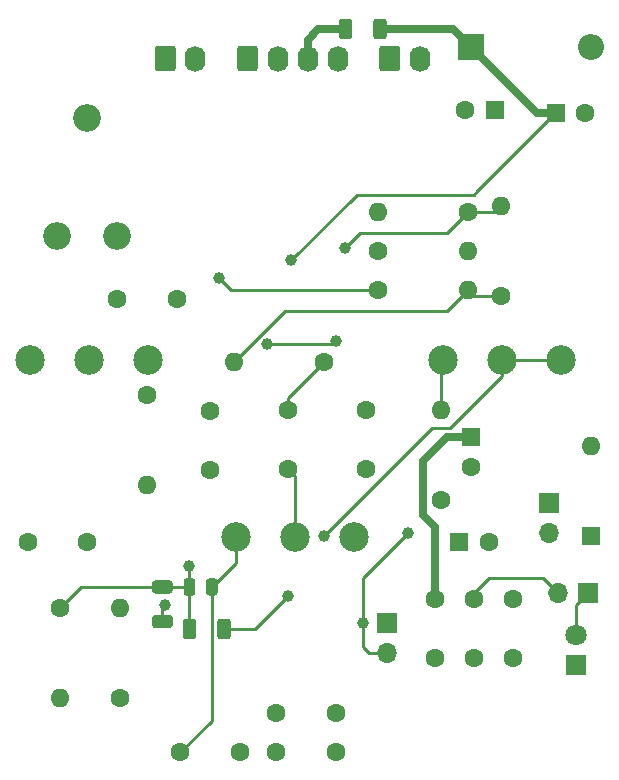
<source format=gbr>
%TF.GenerationSoftware,KiCad,Pcbnew,(5.1.9)-1*%
%TF.CreationDate,2021-09-20T18:56:34+02:00*%
%TF.ProjectId,deep blue delay,64656570-2062-46c7-9565-2064656c6179,rev?*%
%TF.SameCoordinates,Original*%
%TF.FileFunction,Copper,L1,Top*%
%TF.FilePolarity,Positive*%
%FSLAX46Y46*%
G04 Gerber Fmt 4.6, Leading zero omitted, Abs format (unit mm)*
G04 Created by KiCad (PCBNEW (5.1.9)-1) date 2021-09-20 18:56:34*
%MOMM*%
%LPD*%
G01*
G04 APERTURE LIST*
%TA.AperFunction,ComponentPad*%
%ADD10C,2.340000*%
%TD*%
%TA.AperFunction,ComponentPad*%
%ADD11O,1.600000X1.600000*%
%TD*%
%TA.AperFunction,ComponentPad*%
%ADD12C,1.600000*%
%TD*%
%TA.AperFunction,ComponentPad*%
%ADD13C,2.500000*%
%TD*%
%TA.AperFunction,ComponentPad*%
%ADD14O,1.740000X2.190000*%
%TD*%
%TA.AperFunction,ComponentPad*%
%ADD15O,1.700000X1.700000*%
%TD*%
%TA.AperFunction,ComponentPad*%
%ADD16R,1.700000X1.700000*%
%TD*%
%TA.AperFunction,ComponentPad*%
%ADD17C,1.800000*%
%TD*%
%TA.AperFunction,ComponentPad*%
%ADD18R,1.800000X1.800000*%
%TD*%
%TA.AperFunction,ComponentPad*%
%ADD19R,1.600000X1.600000*%
%TD*%
%TA.AperFunction,ComponentPad*%
%ADD20O,2.200000X2.200000*%
%TD*%
%TA.AperFunction,ComponentPad*%
%ADD21R,2.200000X2.200000*%
%TD*%
%TA.AperFunction,ViaPad*%
%ADD22C,1.000000*%
%TD*%
%TA.AperFunction,Conductor*%
%ADD23C,0.254000*%
%TD*%
%TA.AperFunction,Conductor*%
%ADD24C,0.635000*%
%TD*%
G04 APERTURE END LIST*
%TO.P,R6,2*%
%TO.N,+VDC*%
%TA.AperFunction,SMDPad,CuDef*%
G36*
G01*
X32312500Y64125001D02*
X32312500Y62874999D01*
G75*
G02*
X32062501Y62625000I-249999J0D01*
G01*
X31437499Y62625000D01*
G75*
G02*
X31187500Y62874999I0J249999D01*
G01*
X31187500Y64125001D01*
G75*
G02*
X31437499Y64375000I249999J0D01*
G01*
X32062501Y64375000D01*
G75*
G02*
X32312500Y64125001I0J-249999D01*
G01*
G37*
%TD.AperFunction*%
%TO.P,R6,1*%
%TO.N,Net-(C3-Pad1)*%
%TA.AperFunction,SMDPad,CuDef*%
G36*
G01*
X35237500Y64125001D02*
X35237500Y62874999D01*
G75*
G02*
X34987501Y62625000I-249999J0D01*
G01*
X34362499Y62625000D01*
G75*
G02*
X34112500Y62874999I0J249999D01*
G01*
X34112500Y64125001D01*
G75*
G02*
X34362499Y64375000I249999J0D01*
G01*
X34987501Y64375000D01*
G75*
G02*
X35237500Y64125001I0J-249999D01*
G01*
G37*
%TD.AperFunction*%
%TD*%
D10*
%TO.P,VOL1,1*%
%TO.N,GND*%
X7366000Y46000000D03*
%TO.P,VOL1,2*%
%TO.N,/OUT*%
X9866000Y56000000D03*
%TO.P,VOL1,3*%
%TO.N,Net-(C7-Pad1)*%
X12366000Y46000000D03*
%TD*%
D11*
%TO.P,R17,2*%
%TO.N,B*%
X22352000Y35306000D03*
D12*
%TO.P,R17,1*%
%TO.N,Net-(C20-Pad1)*%
X29972000Y35306000D03*
%TD*%
D11*
%TO.P,R15,2*%
%TO.N,Net-(C15-Pad1)*%
X12700000Y14478000D03*
D12*
%TO.P,R15,1*%
%TO.N,Net-(C21-Pad1)*%
X12700000Y6858000D03*
%TD*%
%TO.P,R14,2*%
%TO.N,Net-(C14-Pad1)*%
%TA.AperFunction,SMDPad,CuDef*%
G36*
G01*
X19104500Y13325001D02*
X19104500Y12074999D01*
G75*
G02*
X18854501Y11825000I-249999J0D01*
G01*
X18229499Y11825000D01*
G75*
G02*
X17979500Y12074999I0J249999D01*
G01*
X17979500Y13325001D01*
G75*
G02*
X18229499Y13575000I249999J0D01*
G01*
X18854501Y13575000D01*
G75*
G02*
X19104500Y13325001I0J-249999D01*
G01*
G37*
%TD.AperFunction*%
%TO.P,R14,1*%
%TO.N,Net-(C17-Pad2)*%
%TA.AperFunction,SMDPad,CuDef*%
G36*
G01*
X22029500Y13325001D02*
X22029500Y12074999D01*
G75*
G02*
X21779501Y11825000I-249999J0D01*
G01*
X21154499Y11825000D01*
G75*
G02*
X20904500Y12074999I0J249999D01*
G01*
X20904500Y13325001D01*
G75*
G02*
X21154499Y13575000I249999J0D01*
G01*
X21779501Y13575000D01*
G75*
G02*
X22029500Y13325001I0J-249999D01*
G01*
G37*
%TD.AperFunction*%
%TD*%
D11*
%TO.P,R13,2*%
%TO.N,Net-(C19-Pad2)*%
X7620000Y6858000D03*
D12*
%TO.P,R13,1*%
%TO.N,Net-(C14-Pad1)*%
X7620000Y14478000D03*
%TD*%
%TO.P,R12,2*%
%TO.N,Net-(C14-Pad1)*%
%TA.AperFunction,SMDPad,CuDef*%
G36*
G01*
X16881001Y15693500D02*
X15630999Y15693500D01*
G75*
G02*
X15381000Y15943499I0J249999D01*
G01*
X15381000Y16568501D01*
G75*
G02*
X15630999Y16818500I249999J0D01*
G01*
X16881001Y16818500D01*
G75*
G02*
X17131000Y16568501I0J-249999D01*
G01*
X17131000Y15943499D01*
G75*
G02*
X16881001Y15693500I-249999J0D01*
G01*
G37*
%TD.AperFunction*%
%TO.P,R12,1*%
%TO.N,Net-(C17-Pad1)*%
%TA.AperFunction,SMDPad,CuDef*%
G36*
G01*
X16881001Y12768500D02*
X15630999Y12768500D01*
G75*
G02*
X15381000Y13018499I0J249999D01*
G01*
X15381000Y13643501D01*
G75*
G02*
X15630999Y13893500I249999J0D01*
G01*
X16881001Y13893500D01*
G75*
G02*
X17131000Y13643501I0J-249999D01*
G01*
X17131000Y13018499D01*
G75*
G02*
X16881001Y12768500I-249999J0D01*
G01*
G37*
%TD.AperFunction*%
%TD*%
D11*
%TO.P,R11,2*%
%TO.N,Net-(C22-Pad1)*%
X14986000Y24892000D03*
D12*
%TO.P,R11,1*%
%TO.N,Net-(C12-Pad1)*%
X14986000Y32512000D03*
%TD*%
D11*
%TO.P,R9,2*%
%TO.N,Net-(DELAY1-Pad1)*%
X39878000Y31242000D03*
D12*
%TO.P,R9,1*%
%TO.N,Net-(J3-Pad2)*%
X39878000Y23622000D03*
%TD*%
D11*
%TO.P,R8,2*%
%TO.N,B*%
X42164000Y41402000D03*
D12*
%TO.P,R8,1*%
%TO.N,Net-(C6-Pad1)*%
X34544000Y41402000D03*
%TD*%
D11*
%TO.P,R7,2*%
%TO.N,A*%
X44958000Y48514000D03*
D12*
%TO.P,R7,1*%
%TO.N,B*%
X44958000Y40894000D03*
%TD*%
D11*
%TO.P,R5,2*%
%TO.N,Net-(C4-Pad2)*%
X34544000Y48006000D03*
D12*
%TO.P,R5,1*%
%TO.N,A*%
X42164000Y48006000D03*
%TD*%
D11*
%TO.P,R4,2*%
%TO.N,Net-(C2-Pad1)*%
X42164000Y44704000D03*
D12*
%TO.P,R4,1*%
%TO.N,Net-(C4-Pad2)*%
X34544000Y44704000D03*
%TD*%
D13*
%TO.P,MIX1,3*%
%TO.N,Net-(C22-Pad1)*%
X32500000Y20500000D03*
%TO.P,MIX1,2*%
%TO.N,Net-(C20-Pad2)*%
X27500000Y20500000D03*
%TO.P,MIX1,1*%
%TO.N,GND*%
X22500000Y20500000D03*
%TD*%
D14*
%TO.P,LED1,2*%
%TO.N,/LED-*%
X19040000Y61000000D03*
%TO.P,LED1,1*%
%TO.N,/LED+*%
%TA.AperFunction,ComponentPad*%
G36*
G01*
X15630000Y60154999D02*
X15630000Y61845001D01*
G75*
G02*
X15879999Y62095000I249999J0D01*
G01*
X17120001Y62095000D01*
G75*
G02*
X17370000Y61845001I0J-249999D01*
G01*
X17370000Y60154999D01*
G75*
G02*
X17120001Y59905000I-249999J0D01*
G01*
X15879999Y59905000D01*
G75*
G02*
X15630000Y60154999I0J249999D01*
G01*
G37*
%TD.AperFunction*%
%TD*%
D15*
%TO.P,J4,2*%
%TO.N,Net-(C9-Pad1)*%
X49784000Y15748000D03*
D16*
%TO.P,J4,1*%
%TO.N,Net-(D3-Pad2)*%
X52324000Y15748000D03*
%TD*%
D15*
%TO.P,J3,2*%
%TO.N,Net-(J3-Pad2)*%
X35306000Y10668000D03*
D16*
%TO.P,J3,1*%
%TO.N,GND*%
X35306000Y13208000D03*
%TD*%
D15*
%TO.P,J2,2*%
%TO.N,GND*%
X49022000Y20828000D03*
D16*
%TO.P,J2,1*%
%TO.N,Net-(D2-Pad2)*%
X49022000Y23368000D03*
%TD*%
D14*
%TO.P,J1,4*%
%TO.N,GND*%
X31080000Y61000000D03*
%TO.P,J1,3*%
%TO.N,+VDC*%
X28540000Y61000000D03*
%TO.P,J1,2*%
%TO.N,/OUT*%
X26000000Y61000000D03*
%TO.P,J1,1*%
%TO.N,/IN*%
%TA.AperFunction,ComponentPad*%
G36*
G01*
X22590000Y60154999D02*
X22590000Y61845001D01*
G75*
G02*
X22839999Y62095000I249999J0D01*
G01*
X24080001Y62095000D01*
G75*
G02*
X24330000Y61845001I0J-249999D01*
G01*
X24330000Y60154999D01*
G75*
G02*
X24080001Y59905000I-249999J0D01*
G01*
X22839999Y59905000D01*
G75*
G02*
X22590000Y60154999I0J249999D01*
G01*
G37*
%TD.AperFunction*%
%TD*%
%TO.P,GND1,2*%
%TO.N,GND*%
X38040000Y61000000D03*
%TO.P,GND1,1*%
%TA.AperFunction,ComponentPad*%
G36*
G01*
X34630000Y60154999D02*
X34630000Y61845001D01*
G75*
G02*
X34879999Y62095000I249999J0D01*
G01*
X36120001Y62095000D01*
G75*
G02*
X36370000Y61845001I0J-249999D01*
G01*
X36370000Y60154999D01*
G75*
G02*
X36120001Y59905000I-249999J0D01*
G01*
X34879999Y59905000D01*
G75*
G02*
X34630000Y60154999I0J249999D01*
G01*
G37*
%TD.AperFunction*%
%TD*%
D13*
%TO.P,FEEDBACK1,3*%
%TO.N,Net-(C12-Pad1)*%
X15000000Y35500000D03*
%TO.P,FEEDBACK1,2*%
%TO.N,Net-(C19-Pad1)*%
X10000000Y35500000D03*
%TO.P,FEEDBACK1,1*%
%TO.N,GND*%
X5000000Y35500000D03*
%TD*%
%TO.P,DELAY1,3*%
%TO.N,Net-(DELAY1-Pad2)*%
X50000000Y35500000D03*
%TO.P,DELAY1,2*%
X45000000Y35500000D03*
%TO.P,DELAY1,1*%
%TO.N,Net-(DELAY1-Pad1)*%
X40000000Y35500000D03*
%TD*%
D17*
%TO.P,D3,2*%
%TO.N,Net-(D3-Pad2)*%
X51308000Y12192000D03*
D18*
%TO.P,D3,1*%
%TO.N,GND*%
X51308000Y9652000D03*
%TD*%
D11*
%TO.P,D2,2*%
%TO.N,Net-(D2-Pad2)*%
X52578000Y28194000D03*
D19*
%TO.P,D2,1*%
%TO.N,GND*%
X52578000Y20574000D03*
%TD*%
D20*
%TO.P,D1,2*%
%TO.N,GND*%
X52578000Y61976000D03*
D21*
%TO.P,D1,1*%
%TO.N,Net-(C3-Pad1)*%
X42418000Y61976000D03*
%TD*%
D12*
%TO.P,C23,2*%
%TO.N,Net-(C22-Pad2)*%
X9906000Y20066000D03*
%TO.P,C23,1*%
%TO.N,GND*%
X4906000Y20066000D03*
%TD*%
%TO.P,C22,2*%
%TO.N,Net-(C22-Pad2)*%
X20320000Y31162000D03*
%TO.P,C22,1*%
%TO.N,Net-(C22-Pad1)*%
X20320000Y26162000D03*
%TD*%
%TO.P,C21,2*%
%TO.N,GND*%
X17780000Y2286000D03*
%TO.P,C21,1*%
%TO.N,Net-(C21-Pad1)*%
X22780000Y2286000D03*
%TD*%
%TO.P,C20,2*%
%TO.N,Net-(C20-Pad2)*%
X26924000Y26242000D03*
%TO.P,C20,1*%
%TO.N,Net-(C20-Pad1)*%
X26924000Y31242000D03*
%TD*%
%TO.P,C18,2*%
%TO.N,Net-(C18-Pad2)*%
X25908000Y5588000D03*
%TO.P,C18,1*%
%TO.N,Net-(C18-Pad1)*%
X30908000Y5588000D03*
%TD*%
%TO.P,C16,2*%
%TO.N,Net-(C16-Pad2)*%
X30908000Y2286000D03*
%TO.P,C16,1*%
%TO.N,Net-(C16-Pad1)*%
X25908000Y2286000D03*
%TD*%
%TO.P,C14,2*%
%TO.N,GND*%
%TA.AperFunction,SMDPad,CuDef*%
G36*
G01*
X19942000Y15781000D02*
X19942000Y16731000D01*
G75*
G02*
X20192000Y16981000I250000J0D01*
G01*
X20692000Y16981000D01*
G75*
G02*
X20942000Y16731000I0J-250000D01*
G01*
X20942000Y15781000D01*
G75*
G02*
X20692000Y15531000I-250000J0D01*
G01*
X20192000Y15531000D01*
G75*
G02*
X19942000Y15781000I0J250000D01*
G01*
G37*
%TD.AperFunction*%
%TO.P,C14,1*%
%TO.N,Net-(C14-Pad1)*%
%TA.AperFunction,SMDPad,CuDef*%
G36*
G01*
X18042000Y15781000D02*
X18042000Y16731000D01*
G75*
G02*
X18292000Y16981000I250000J0D01*
G01*
X18792000Y16981000D01*
G75*
G02*
X19042000Y16731000I0J-250000D01*
G01*
X19042000Y15781000D01*
G75*
G02*
X18792000Y15531000I-250000J0D01*
G01*
X18292000Y15531000D01*
G75*
G02*
X18042000Y15781000I0J250000D01*
G01*
G37*
%TD.AperFunction*%
%TD*%
%TO.P,C13,2*%
%TO.N,Net-(C13-Pad2)*%
X33528000Y26242000D03*
%TO.P,C13,1*%
%TO.N,A*%
X33528000Y31242000D03*
%TD*%
%TO.P,C11,2*%
%TO.N,GND*%
X39370000Y10240000D03*
%TO.P,C11,1*%
%TO.N,VD*%
X39370000Y15240000D03*
%TD*%
%TO.P,C10,2*%
%TO.N,GND*%
X45974000Y10240000D03*
%TO.P,C10,1*%
%TO.N,Net-(C10-Pad1)*%
X45974000Y15240000D03*
%TD*%
%TO.P,C9,2*%
%TO.N,GND*%
X42672000Y10240000D03*
%TO.P,C9,1*%
%TO.N,Net-(C9-Pad1)*%
X42672000Y15240000D03*
%TD*%
%TO.P,C8,2*%
%TO.N,GND*%
X43902000Y20066000D03*
D19*
%TO.P,C8,1*%
%TO.N,Net-(C8-Pad1)*%
X41402000Y20066000D03*
%TD*%
D12*
%TO.P,C7,2*%
%TO.N,Net-(C6-Pad1)*%
X17446000Y40640000D03*
%TO.P,C7,1*%
%TO.N,Net-(C7-Pad1)*%
X12446000Y40640000D03*
%TD*%
%TO.P,C5,2*%
%TO.N,GND*%
X42418000Y26456000D03*
D19*
%TO.P,C5,1*%
%TO.N,VD*%
X42418000Y28956000D03*
%TD*%
D12*
%TO.P,C3,2*%
%TO.N,GND*%
X52070000Y56388000D03*
D19*
%TO.P,C3,1*%
%TO.N,Net-(C3-Pad1)*%
X49570000Y56388000D03*
%TD*%
D12*
%TO.P,C1,2*%
%TO.N,GND*%
X41910000Y56642000D03*
D19*
%TO.P,C1,1*%
%TO.N,BIAS*%
X44410000Y56642000D03*
%TD*%
D22*
%TO.N,BIAS*%
X25146000Y36830000D03*
X30988000Y37084000D03*
%TO.N,Net-(C3-Pad1)*%
X27178000Y43942000D03*
%TO.N,A*%
X31750000Y44958000D03*
%TO.N,Net-(C6-Pad1)*%
X21082000Y42418000D03*
%TO.N,Net-(C14-Pad1)*%
X18542000Y18034000D03*
%TO.N,Net-(C17-Pad2)*%
X26924000Y15494000D03*
%TO.N,Net-(C17-Pad1)*%
X16510000Y14732000D03*
%TO.N,Net-(DELAY1-Pad2)*%
X29972000Y20574000D03*
%TO.N,Net-(J3-Pad2)*%
X33274000Y13208000D03*
X37084000Y20828000D03*
%TD*%
D23*
%TO.N,GND*%
X20442000Y4948000D02*
X20442000Y16256000D01*
X17780000Y2286000D02*
X20442000Y4948000D01*
X22500000Y18314000D02*
X20442000Y16256000D01*
X22500000Y20500000D02*
X22500000Y18314000D01*
%TO.N,BIAS*%
X30734000Y36830000D02*
X30988000Y37084000D01*
X25146000Y36830000D02*
X30734000Y36830000D01*
D24*
%TO.N,Net-(C3-Pad1)*%
X40894000Y63500000D02*
X42418000Y61976000D01*
X34675000Y63500000D02*
X40894000Y63500000D01*
X48006000Y56388000D02*
X42418000Y61976000D01*
X49570000Y56388000D02*
X48006000Y56388000D01*
D23*
X49570000Y56388000D02*
X49530000Y56388000D01*
X49530000Y56388000D02*
X42926000Y49784000D01*
X32704983Y49468983D02*
X27178000Y43942000D01*
X42610983Y49468983D02*
X32704983Y49468983D01*
X42926000Y49784000D02*
X42610983Y49468983D01*
%TO.N,A*%
X44450000Y48006000D02*
X44958000Y48514000D01*
X42164000Y48006000D02*
X44450000Y48006000D01*
X40386000Y46228000D02*
X42164000Y48006000D01*
X33020000Y46228000D02*
X40386000Y46228000D01*
X31750000Y44958000D02*
X33020000Y46228000D01*
D24*
%TO.N,VD*%
X39370000Y15240000D02*
X39370000Y21336000D01*
X39370000Y21336000D02*
X38354000Y22352000D01*
X38354000Y22352000D02*
X38354000Y26924000D01*
X40386000Y28956000D02*
X42418000Y28956000D01*
X38354000Y26924000D02*
X40386000Y28956000D01*
D23*
%TO.N,B*%
X42672000Y40894000D02*
X42164000Y41402000D01*
X44958000Y40894000D02*
X42672000Y40894000D01*
X26670000Y39624000D02*
X22352000Y35306000D01*
X40386000Y39624000D02*
X26670000Y39624000D01*
X42164000Y41402000D02*
X40386000Y39624000D01*
%TO.N,Net-(C6-Pad1)*%
X22098000Y41402000D02*
X21082000Y42418000D01*
X34544000Y41402000D02*
X22098000Y41402000D01*
%TO.N,Net-(C9-Pad1)*%
X49784000Y15748000D02*
X48514000Y17018000D01*
X48514000Y17018000D02*
X43942000Y17018000D01*
X42672000Y15748000D02*
X42672000Y15240000D01*
X43942000Y17018000D02*
X42672000Y15748000D01*
%TO.N,Net-(C14-Pad1)*%
X18542000Y18034000D02*
X18542000Y16256000D01*
X18542000Y16256000D02*
X16256000Y16256000D01*
X18542000Y12700000D02*
X18542000Y16256000D01*
X9398000Y16256000D02*
X7620000Y14478000D01*
X16256000Y16256000D02*
X9398000Y16256000D01*
%TO.N,Net-(C17-Pad2)*%
X24130000Y12700000D02*
X26924000Y15494000D01*
X21467000Y12700000D02*
X24130000Y12700000D01*
%TO.N,Net-(C17-Pad1)*%
X16256000Y14478000D02*
X16510000Y14732000D01*
X16256000Y13331000D02*
X16256000Y14478000D01*
%TO.N,Net-(C20-Pad2)*%
X27500000Y25666000D02*
X26924000Y26242000D01*
X27500000Y20500000D02*
X27500000Y25666000D01*
%TO.N,Net-(C20-Pad1)*%
X26924000Y32258000D02*
X26924000Y31242000D01*
X29972000Y35306000D02*
X26924000Y32258000D01*
%TO.N,Net-(DELAY1-Pad2)*%
X45000000Y35500000D02*
X50000000Y35500000D01*
X45000000Y34078000D02*
X45000000Y35500000D01*
X40640000Y29718000D02*
X45000000Y34078000D01*
X39116000Y29718000D02*
X40640000Y29718000D01*
X29972000Y20574000D02*
X39116000Y29718000D01*
%TO.N,Net-(DELAY1-Pad1)*%
X39878000Y35378000D02*
X40000000Y35500000D01*
X39878000Y31242000D02*
X39878000Y35378000D01*
D24*
%TO.N,+VDC*%
X28540000Y61000000D02*
X28540000Y62576000D01*
X29464000Y63500000D02*
X31750000Y63500000D01*
X28540000Y62576000D02*
X29464000Y63500000D01*
D23*
%TO.N,Net-(J3-Pad2)*%
X33782000Y10668000D02*
X35306000Y10668000D01*
X33274000Y11176000D02*
X33782000Y10668000D01*
X33274000Y13208000D02*
X33274000Y11176000D01*
X33274000Y17018000D02*
X37084000Y20828000D01*
X33274000Y13208000D02*
X33274000Y17018000D01*
%TO.N,Net-(D3-Pad2)*%
X51308000Y14732000D02*
X52324000Y15748000D01*
X51308000Y12192000D02*
X51308000Y14732000D01*
%TD*%
M02*

</source>
